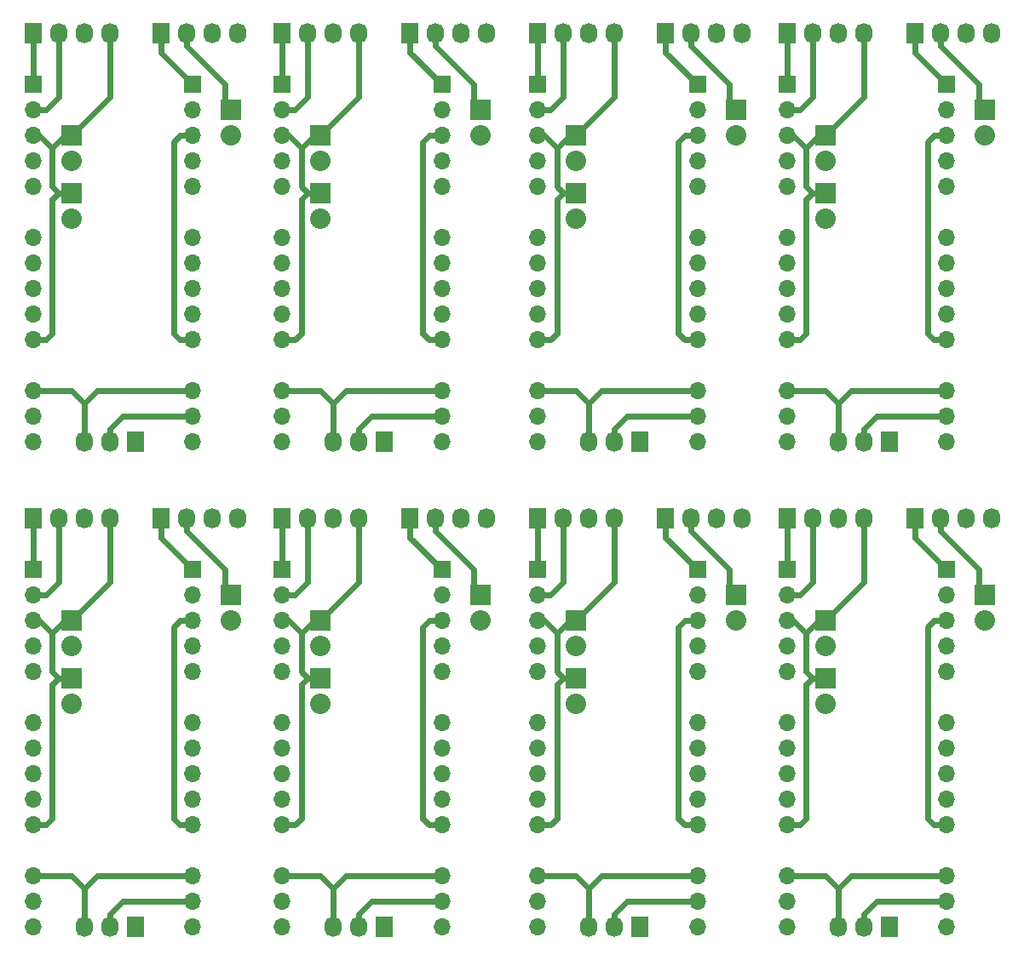
<source format=gtl>
G04 #@! TF.FileFunction,Copper,L1,Top,Signal*
%FSLAX46Y46*%
G04 Gerber Fmt 4.6, Leading zero omitted, Abs format (unit mm)*
G04 Created by KiCad (PCBNEW 4.0.5+dfsg1-4) date Wed Mar 29 10:57:38 2017*
%MOMM*%
%LPD*%
G01*
G04 APERTURE LIST*
%ADD10C,0.100000*%
%ADD11R,1.700000X1.700000*%
%ADD12O,1.700000X1.700000*%
%ADD13R,1.727200X2.032000*%
%ADD14O,1.727200X2.032000*%
%ADD15R,2.032000X2.032000*%
%ADD16O,2.032000X2.032000*%
%ADD17C,0.600000*%
G04 APERTURE END LIST*
D10*
D11*
X114300000Y-85725000D03*
D12*
X114300000Y-88265000D03*
X114300000Y-90805000D03*
X114300000Y-93345000D03*
X114300000Y-95885000D03*
X114300000Y-100965000D03*
X114300000Y-103505000D03*
X114300000Y-106045000D03*
X114300000Y-108585000D03*
X114300000Y-111125000D03*
X114300000Y-116205000D03*
X114300000Y-118745000D03*
X114300000Y-121285000D03*
D11*
X98425000Y-85725000D03*
D12*
X98425000Y-88265000D03*
X98425000Y-90805000D03*
X98425000Y-93345000D03*
X98425000Y-95885000D03*
X98425000Y-100965000D03*
X98425000Y-103505000D03*
X98425000Y-106045000D03*
X98425000Y-108585000D03*
X98425000Y-111125000D03*
X98425000Y-116205000D03*
X98425000Y-118745000D03*
X98425000Y-121285000D03*
D13*
X108585000Y-121285000D03*
D14*
X106045000Y-121285000D03*
X103505000Y-121285000D03*
D13*
X111125000Y-80645000D03*
D14*
X113665000Y-80645000D03*
X116205000Y-80645000D03*
X118745000Y-80645000D03*
D13*
X98425000Y-80645000D03*
D14*
X100965000Y-80645000D03*
X103505000Y-80645000D03*
X106045000Y-80645000D03*
D15*
X102235000Y-90805000D03*
D16*
X102235000Y-93345000D03*
D15*
X118110000Y-88265000D03*
D16*
X118110000Y-90805000D03*
D15*
X102235000Y-96520000D03*
D16*
X102235000Y-99060000D03*
D15*
X127000000Y-96520000D03*
D16*
X127000000Y-99060000D03*
D15*
X142875000Y-88265000D03*
D16*
X142875000Y-90805000D03*
D15*
X127000000Y-90805000D03*
D16*
X127000000Y-93345000D03*
D13*
X123190000Y-80645000D03*
D14*
X125730000Y-80645000D03*
X128270000Y-80645000D03*
X130810000Y-80645000D03*
D13*
X135890000Y-80645000D03*
D14*
X138430000Y-80645000D03*
X140970000Y-80645000D03*
X143510000Y-80645000D03*
D13*
X133350000Y-121285000D03*
D14*
X130810000Y-121285000D03*
X128270000Y-121285000D03*
D11*
X123190000Y-85725000D03*
D12*
X123190000Y-88265000D03*
X123190000Y-90805000D03*
X123190000Y-93345000D03*
X123190000Y-95885000D03*
X123190000Y-100965000D03*
X123190000Y-103505000D03*
X123190000Y-106045000D03*
X123190000Y-108585000D03*
X123190000Y-111125000D03*
X123190000Y-116205000D03*
X123190000Y-118745000D03*
X123190000Y-121285000D03*
D11*
X139065000Y-85725000D03*
D12*
X139065000Y-88265000D03*
X139065000Y-90805000D03*
X139065000Y-93345000D03*
X139065000Y-95885000D03*
X139065000Y-100965000D03*
X139065000Y-103505000D03*
X139065000Y-106045000D03*
X139065000Y-108585000D03*
X139065000Y-111125000D03*
X139065000Y-116205000D03*
X139065000Y-118745000D03*
X139065000Y-121285000D03*
D11*
X189230000Y-85725000D03*
D12*
X189230000Y-88265000D03*
X189230000Y-90805000D03*
X189230000Y-93345000D03*
X189230000Y-95885000D03*
X189230000Y-100965000D03*
X189230000Y-103505000D03*
X189230000Y-106045000D03*
X189230000Y-108585000D03*
X189230000Y-111125000D03*
X189230000Y-116205000D03*
X189230000Y-118745000D03*
X189230000Y-121285000D03*
D11*
X173355000Y-85725000D03*
D12*
X173355000Y-88265000D03*
X173355000Y-90805000D03*
X173355000Y-93345000D03*
X173355000Y-95885000D03*
X173355000Y-100965000D03*
X173355000Y-103505000D03*
X173355000Y-106045000D03*
X173355000Y-108585000D03*
X173355000Y-111125000D03*
X173355000Y-116205000D03*
X173355000Y-118745000D03*
X173355000Y-121285000D03*
D13*
X183515000Y-121285000D03*
D14*
X180975000Y-121285000D03*
X178435000Y-121285000D03*
D13*
X186055000Y-80645000D03*
D14*
X188595000Y-80645000D03*
X191135000Y-80645000D03*
X193675000Y-80645000D03*
D13*
X173355000Y-80645000D03*
D14*
X175895000Y-80645000D03*
X178435000Y-80645000D03*
X180975000Y-80645000D03*
D15*
X177165000Y-90805000D03*
D16*
X177165000Y-93345000D03*
D15*
X193040000Y-88265000D03*
D16*
X193040000Y-90805000D03*
D15*
X177165000Y-96520000D03*
D16*
X177165000Y-99060000D03*
D15*
X152400000Y-96520000D03*
D16*
X152400000Y-99060000D03*
D15*
X168275000Y-88265000D03*
D16*
X168275000Y-90805000D03*
D15*
X152400000Y-90805000D03*
D16*
X152400000Y-93345000D03*
D13*
X148590000Y-80645000D03*
D14*
X151130000Y-80645000D03*
X153670000Y-80645000D03*
X156210000Y-80645000D03*
D13*
X161290000Y-80645000D03*
D14*
X163830000Y-80645000D03*
X166370000Y-80645000D03*
X168910000Y-80645000D03*
D13*
X158750000Y-121285000D03*
D14*
X156210000Y-121285000D03*
X153670000Y-121285000D03*
D11*
X148590000Y-85725000D03*
D12*
X148590000Y-88265000D03*
X148590000Y-90805000D03*
X148590000Y-93345000D03*
X148590000Y-95885000D03*
X148590000Y-100965000D03*
X148590000Y-103505000D03*
X148590000Y-106045000D03*
X148590000Y-108585000D03*
X148590000Y-111125000D03*
X148590000Y-116205000D03*
X148590000Y-118745000D03*
X148590000Y-121285000D03*
D11*
X164465000Y-85725000D03*
D12*
X164465000Y-88265000D03*
X164465000Y-90805000D03*
X164465000Y-93345000D03*
X164465000Y-95885000D03*
X164465000Y-100965000D03*
X164465000Y-103505000D03*
X164465000Y-106045000D03*
X164465000Y-108585000D03*
X164465000Y-111125000D03*
X164465000Y-116205000D03*
X164465000Y-118745000D03*
X164465000Y-121285000D03*
D11*
X164465000Y-37465000D03*
D12*
X164465000Y-40005000D03*
X164465000Y-42545000D03*
X164465000Y-45085000D03*
X164465000Y-47625000D03*
X164465000Y-52705000D03*
X164465000Y-55245000D03*
X164465000Y-57785000D03*
X164465000Y-60325000D03*
X164465000Y-62865000D03*
X164465000Y-67945000D03*
X164465000Y-70485000D03*
X164465000Y-73025000D03*
D11*
X148590000Y-37465000D03*
D12*
X148590000Y-40005000D03*
X148590000Y-42545000D03*
X148590000Y-45085000D03*
X148590000Y-47625000D03*
X148590000Y-52705000D03*
X148590000Y-55245000D03*
X148590000Y-57785000D03*
X148590000Y-60325000D03*
X148590000Y-62865000D03*
X148590000Y-67945000D03*
X148590000Y-70485000D03*
X148590000Y-73025000D03*
D13*
X158750000Y-73025000D03*
D14*
X156210000Y-73025000D03*
X153670000Y-73025000D03*
D13*
X161290000Y-32385000D03*
D14*
X163830000Y-32385000D03*
X166370000Y-32385000D03*
X168910000Y-32385000D03*
D13*
X148590000Y-32385000D03*
D14*
X151130000Y-32385000D03*
X153670000Y-32385000D03*
X156210000Y-32385000D03*
D15*
X152400000Y-42545000D03*
D16*
X152400000Y-45085000D03*
D15*
X168275000Y-40005000D03*
D16*
X168275000Y-42545000D03*
D15*
X152400000Y-48260000D03*
D16*
X152400000Y-50800000D03*
D15*
X177165000Y-48260000D03*
D16*
X177165000Y-50800000D03*
D15*
X193040000Y-40005000D03*
D16*
X193040000Y-42545000D03*
D15*
X177165000Y-42545000D03*
D16*
X177165000Y-45085000D03*
D13*
X173355000Y-32385000D03*
D14*
X175895000Y-32385000D03*
X178435000Y-32385000D03*
X180975000Y-32385000D03*
D13*
X186055000Y-32385000D03*
D14*
X188595000Y-32385000D03*
X191135000Y-32385000D03*
X193675000Y-32385000D03*
D13*
X183515000Y-73025000D03*
D14*
X180975000Y-73025000D03*
X178435000Y-73025000D03*
D11*
X173355000Y-37465000D03*
D12*
X173355000Y-40005000D03*
X173355000Y-42545000D03*
X173355000Y-45085000D03*
X173355000Y-47625000D03*
X173355000Y-52705000D03*
X173355000Y-55245000D03*
X173355000Y-57785000D03*
X173355000Y-60325000D03*
X173355000Y-62865000D03*
X173355000Y-67945000D03*
X173355000Y-70485000D03*
X173355000Y-73025000D03*
D11*
X189230000Y-37465000D03*
D12*
X189230000Y-40005000D03*
X189230000Y-42545000D03*
X189230000Y-45085000D03*
X189230000Y-47625000D03*
X189230000Y-52705000D03*
X189230000Y-55245000D03*
X189230000Y-57785000D03*
X189230000Y-60325000D03*
X189230000Y-62865000D03*
X189230000Y-67945000D03*
X189230000Y-70485000D03*
X189230000Y-73025000D03*
D11*
X139065000Y-37465000D03*
D12*
X139065000Y-40005000D03*
X139065000Y-42545000D03*
X139065000Y-45085000D03*
X139065000Y-47625000D03*
X139065000Y-52705000D03*
X139065000Y-55245000D03*
X139065000Y-57785000D03*
X139065000Y-60325000D03*
X139065000Y-62865000D03*
X139065000Y-67945000D03*
X139065000Y-70485000D03*
X139065000Y-73025000D03*
D11*
X123190000Y-37465000D03*
D12*
X123190000Y-40005000D03*
X123190000Y-42545000D03*
X123190000Y-45085000D03*
X123190000Y-47625000D03*
X123190000Y-52705000D03*
X123190000Y-55245000D03*
X123190000Y-57785000D03*
X123190000Y-60325000D03*
X123190000Y-62865000D03*
X123190000Y-67945000D03*
X123190000Y-70485000D03*
X123190000Y-73025000D03*
D13*
X133350000Y-73025000D03*
D14*
X130810000Y-73025000D03*
X128270000Y-73025000D03*
D13*
X135890000Y-32385000D03*
D14*
X138430000Y-32385000D03*
X140970000Y-32385000D03*
X143510000Y-32385000D03*
D13*
X123190000Y-32385000D03*
D14*
X125730000Y-32385000D03*
X128270000Y-32385000D03*
X130810000Y-32385000D03*
D15*
X127000000Y-42545000D03*
D16*
X127000000Y-45085000D03*
D15*
X142875000Y-40005000D03*
D16*
X142875000Y-42545000D03*
D15*
X127000000Y-48260000D03*
D16*
X127000000Y-50800000D03*
D15*
X102235000Y-48260000D03*
D16*
X102235000Y-50800000D03*
D15*
X118110000Y-40005000D03*
D16*
X118110000Y-42545000D03*
D15*
X102235000Y-42545000D03*
D16*
X102235000Y-45085000D03*
D13*
X98425000Y-32385000D03*
D14*
X100965000Y-32385000D03*
X103505000Y-32385000D03*
X106045000Y-32385000D03*
D13*
X111125000Y-32385000D03*
D14*
X113665000Y-32385000D03*
X116205000Y-32385000D03*
X118745000Y-32385000D03*
D13*
X108585000Y-73025000D03*
D14*
X106045000Y-73025000D03*
X103505000Y-73025000D03*
D11*
X98425000Y-37465000D03*
D12*
X98425000Y-40005000D03*
X98425000Y-42545000D03*
X98425000Y-45085000D03*
X98425000Y-47625000D03*
X98425000Y-52705000D03*
X98425000Y-55245000D03*
X98425000Y-57785000D03*
X98425000Y-60325000D03*
X98425000Y-62865000D03*
X98425000Y-67945000D03*
X98425000Y-70485000D03*
X98425000Y-73025000D03*
D11*
X114300000Y-37465000D03*
D12*
X114300000Y-40005000D03*
X114300000Y-42545000D03*
X114300000Y-45085000D03*
X114300000Y-47625000D03*
X114300000Y-52705000D03*
X114300000Y-55245000D03*
X114300000Y-57785000D03*
X114300000Y-60325000D03*
X114300000Y-62865000D03*
X114300000Y-67945000D03*
X114300000Y-70485000D03*
X114300000Y-73025000D03*
D17*
X100330000Y-100965000D02*
X100330000Y-100965000D01*
X100330000Y-100965000D02*
X100330000Y-97155000D01*
X100330000Y-97155000D02*
X100965000Y-96520000D01*
X100965000Y-96520000D02*
X102235000Y-96520000D01*
X100330000Y-110490000D02*
X99695000Y-111125000D01*
X99695000Y-111125000D02*
X98425000Y-111125000D01*
X100330000Y-100965000D02*
X100330000Y-110490000D01*
X100330000Y-92075000D02*
X100330000Y-95885000D01*
X100330000Y-95885000D02*
X100965000Y-96520000D01*
X101600000Y-90805000D02*
X100330000Y-92075000D01*
X102235000Y-90805000D02*
X101600000Y-90805000D01*
X99060000Y-90805000D02*
X100330000Y-92075000D01*
X98425000Y-90805000D02*
X99060000Y-90805000D01*
X106045000Y-86995000D02*
X106045000Y-80645000D01*
X102235000Y-90805000D02*
X106045000Y-86995000D01*
X127000000Y-90805000D02*
X130810000Y-86995000D01*
X130810000Y-86995000D02*
X130810000Y-80645000D01*
X123190000Y-90805000D02*
X123825000Y-90805000D01*
X123825000Y-90805000D02*
X125095000Y-92075000D01*
X127000000Y-90805000D02*
X126365000Y-90805000D01*
X126365000Y-90805000D02*
X125095000Y-92075000D01*
X125095000Y-95885000D02*
X125730000Y-96520000D01*
X125095000Y-92075000D02*
X125095000Y-95885000D01*
X125095000Y-100965000D02*
X125095000Y-110490000D01*
X124460000Y-111125000D02*
X123190000Y-111125000D01*
X125095000Y-110490000D02*
X124460000Y-111125000D01*
X125730000Y-96520000D02*
X127000000Y-96520000D01*
X125095000Y-97155000D02*
X125730000Y-96520000D01*
X125095000Y-100965000D02*
X125095000Y-97155000D01*
X125095000Y-100965000D02*
X125095000Y-100965000D01*
X175260000Y-100965000D02*
X175260000Y-100965000D01*
X175260000Y-100965000D02*
X175260000Y-97155000D01*
X175260000Y-97155000D02*
X175895000Y-96520000D01*
X175895000Y-96520000D02*
X177165000Y-96520000D01*
X175260000Y-110490000D02*
X174625000Y-111125000D01*
X174625000Y-111125000D02*
X173355000Y-111125000D01*
X175260000Y-100965000D02*
X175260000Y-110490000D01*
X175260000Y-92075000D02*
X175260000Y-95885000D01*
X175260000Y-95885000D02*
X175895000Y-96520000D01*
X176530000Y-90805000D02*
X175260000Y-92075000D01*
X177165000Y-90805000D02*
X176530000Y-90805000D01*
X173990000Y-90805000D02*
X175260000Y-92075000D01*
X173355000Y-90805000D02*
X173990000Y-90805000D01*
X180975000Y-86995000D02*
X180975000Y-80645000D01*
X177165000Y-90805000D02*
X180975000Y-86995000D01*
X152400000Y-90805000D02*
X156210000Y-86995000D01*
X156210000Y-86995000D02*
X156210000Y-80645000D01*
X148590000Y-90805000D02*
X149225000Y-90805000D01*
X149225000Y-90805000D02*
X150495000Y-92075000D01*
X152400000Y-90805000D02*
X151765000Y-90805000D01*
X151765000Y-90805000D02*
X150495000Y-92075000D01*
X150495000Y-95885000D02*
X151130000Y-96520000D01*
X150495000Y-92075000D02*
X150495000Y-95885000D01*
X150495000Y-100965000D02*
X150495000Y-110490000D01*
X149860000Y-111125000D02*
X148590000Y-111125000D01*
X150495000Y-110490000D02*
X149860000Y-111125000D01*
X151130000Y-96520000D02*
X152400000Y-96520000D01*
X150495000Y-97155000D02*
X151130000Y-96520000D01*
X150495000Y-100965000D02*
X150495000Y-97155000D01*
X150495000Y-100965000D02*
X150495000Y-100965000D01*
X150495000Y-52705000D02*
X150495000Y-52705000D01*
X150495000Y-52705000D02*
X150495000Y-48895000D01*
X150495000Y-48895000D02*
X151130000Y-48260000D01*
X151130000Y-48260000D02*
X152400000Y-48260000D01*
X150495000Y-62230000D02*
X149860000Y-62865000D01*
X149860000Y-62865000D02*
X148590000Y-62865000D01*
X150495000Y-52705000D02*
X150495000Y-62230000D01*
X150495000Y-43815000D02*
X150495000Y-47625000D01*
X150495000Y-47625000D02*
X151130000Y-48260000D01*
X151765000Y-42545000D02*
X150495000Y-43815000D01*
X152400000Y-42545000D02*
X151765000Y-42545000D01*
X149225000Y-42545000D02*
X150495000Y-43815000D01*
X148590000Y-42545000D02*
X149225000Y-42545000D01*
X156210000Y-38735000D02*
X156210000Y-32385000D01*
X152400000Y-42545000D02*
X156210000Y-38735000D01*
X177165000Y-42545000D02*
X180975000Y-38735000D01*
X180975000Y-38735000D02*
X180975000Y-32385000D01*
X173355000Y-42545000D02*
X173990000Y-42545000D01*
X173990000Y-42545000D02*
X175260000Y-43815000D01*
X177165000Y-42545000D02*
X176530000Y-42545000D01*
X176530000Y-42545000D02*
X175260000Y-43815000D01*
X175260000Y-47625000D02*
X175895000Y-48260000D01*
X175260000Y-43815000D02*
X175260000Y-47625000D01*
X175260000Y-52705000D02*
X175260000Y-62230000D01*
X174625000Y-62865000D02*
X173355000Y-62865000D01*
X175260000Y-62230000D02*
X174625000Y-62865000D01*
X175895000Y-48260000D02*
X177165000Y-48260000D01*
X175260000Y-48895000D02*
X175895000Y-48260000D01*
X175260000Y-52705000D02*
X175260000Y-48895000D01*
X175260000Y-52705000D02*
X175260000Y-52705000D01*
X125095000Y-52705000D02*
X125095000Y-52705000D01*
X125095000Y-52705000D02*
X125095000Y-48895000D01*
X125095000Y-48895000D02*
X125730000Y-48260000D01*
X125730000Y-48260000D02*
X127000000Y-48260000D01*
X125095000Y-62230000D02*
X124460000Y-62865000D01*
X124460000Y-62865000D02*
X123190000Y-62865000D01*
X125095000Y-52705000D02*
X125095000Y-62230000D01*
X125095000Y-43815000D02*
X125095000Y-47625000D01*
X125095000Y-47625000D02*
X125730000Y-48260000D01*
X126365000Y-42545000D02*
X125095000Y-43815000D01*
X127000000Y-42545000D02*
X126365000Y-42545000D01*
X123825000Y-42545000D02*
X125095000Y-43815000D01*
X123190000Y-42545000D02*
X123825000Y-42545000D01*
X130810000Y-38735000D02*
X130810000Y-32385000D01*
X127000000Y-42545000D02*
X130810000Y-38735000D01*
X102235000Y-42545000D02*
X106045000Y-38735000D01*
X106045000Y-38735000D02*
X106045000Y-32385000D01*
X98425000Y-42545000D02*
X99060000Y-42545000D01*
X99060000Y-42545000D02*
X100330000Y-43815000D01*
X102235000Y-42545000D02*
X101600000Y-42545000D01*
X101600000Y-42545000D02*
X100330000Y-43815000D01*
X100330000Y-47625000D02*
X100965000Y-48260000D01*
X100330000Y-43815000D02*
X100330000Y-47625000D01*
X100330000Y-52705000D02*
X100330000Y-62230000D01*
X99695000Y-62865000D02*
X98425000Y-62865000D01*
X100330000Y-62230000D02*
X99695000Y-62865000D01*
X100965000Y-48260000D02*
X102235000Y-48260000D01*
X100330000Y-48895000D02*
X100965000Y-48260000D01*
X100330000Y-52705000D02*
X100330000Y-48895000D01*
X100330000Y-52705000D02*
X100330000Y-52705000D01*
X117475000Y-87630000D02*
X118110000Y-88265000D01*
X113665000Y-81915000D02*
X117475000Y-85725000D01*
X117475000Y-85725000D02*
X117475000Y-87630000D01*
X113665000Y-80645000D02*
X113665000Y-81915000D01*
X138430000Y-80645000D02*
X138430000Y-81915000D01*
X142240000Y-85725000D02*
X142240000Y-87630000D01*
X138430000Y-81915000D02*
X142240000Y-85725000D01*
X142240000Y-87630000D02*
X142875000Y-88265000D01*
X192405000Y-87630000D02*
X193040000Y-88265000D01*
X188595000Y-81915000D02*
X192405000Y-85725000D01*
X192405000Y-85725000D02*
X192405000Y-87630000D01*
X188595000Y-80645000D02*
X188595000Y-81915000D01*
X163830000Y-80645000D02*
X163830000Y-81915000D01*
X167640000Y-85725000D02*
X167640000Y-87630000D01*
X163830000Y-81915000D02*
X167640000Y-85725000D01*
X167640000Y-87630000D02*
X168275000Y-88265000D01*
X167640000Y-39370000D02*
X168275000Y-40005000D01*
X163830000Y-33655000D02*
X167640000Y-37465000D01*
X167640000Y-37465000D02*
X167640000Y-39370000D01*
X163830000Y-32385000D02*
X163830000Y-33655000D01*
X188595000Y-32385000D02*
X188595000Y-33655000D01*
X192405000Y-37465000D02*
X192405000Y-39370000D01*
X188595000Y-33655000D02*
X192405000Y-37465000D01*
X192405000Y-39370000D02*
X193040000Y-40005000D01*
X142240000Y-39370000D02*
X142875000Y-40005000D01*
X138430000Y-33655000D02*
X142240000Y-37465000D01*
X142240000Y-37465000D02*
X142240000Y-39370000D01*
X138430000Y-32385000D02*
X138430000Y-33655000D01*
X113665000Y-32385000D02*
X113665000Y-33655000D01*
X117475000Y-37465000D02*
X117475000Y-39370000D01*
X113665000Y-33655000D02*
X117475000Y-37465000D01*
X117475000Y-39370000D02*
X118110000Y-40005000D01*
X113030000Y-111125000D02*
X112395000Y-110490000D01*
X112395000Y-110490000D02*
X112395000Y-91440000D01*
X112395000Y-91440000D02*
X113030000Y-90805000D01*
X113030000Y-90805000D02*
X114300000Y-90805000D01*
X114300000Y-111125000D02*
X113030000Y-111125000D01*
X139065000Y-111125000D02*
X137795000Y-111125000D01*
X137795000Y-90805000D02*
X139065000Y-90805000D01*
X137160000Y-91440000D02*
X137795000Y-90805000D01*
X137160000Y-110490000D02*
X137160000Y-91440000D01*
X137795000Y-111125000D02*
X137160000Y-110490000D01*
X187960000Y-111125000D02*
X187325000Y-110490000D01*
X187325000Y-110490000D02*
X187325000Y-91440000D01*
X187325000Y-91440000D02*
X187960000Y-90805000D01*
X187960000Y-90805000D02*
X189230000Y-90805000D01*
X189230000Y-111125000D02*
X187960000Y-111125000D01*
X164465000Y-111125000D02*
X163195000Y-111125000D01*
X163195000Y-90805000D02*
X164465000Y-90805000D01*
X162560000Y-91440000D02*
X163195000Y-90805000D01*
X162560000Y-110490000D02*
X162560000Y-91440000D01*
X163195000Y-111125000D02*
X162560000Y-110490000D01*
X163195000Y-62865000D02*
X162560000Y-62230000D01*
X162560000Y-62230000D02*
X162560000Y-43180000D01*
X162560000Y-43180000D02*
X163195000Y-42545000D01*
X163195000Y-42545000D02*
X164465000Y-42545000D01*
X164465000Y-62865000D02*
X163195000Y-62865000D01*
X189230000Y-62865000D02*
X187960000Y-62865000D01*
X187960000Y-42545000D02*
X189230000Y-42545000D01*
X187325000Y-43180000D02*
X187960000Y-42545000D01*
X187325000Y-62230000D02*
X187325000Y-43180000D01*
X187960000Y-62865000D02*
X187325000Y-62230000D01*
X137795000Y-62865000D02*
X137160000Y-62230000D01*
X137160000Y-62230000D02*
X137160000Y-43180000D01*
X137160000Y-43180000D02*
X137795000Y-42545000D01*
X137795000Y-42545000D02*
X139065000Y-42545000D01*
X139065000Y-62865000D02*
X137795000Y-62865000D01*
X114300000Y-62865000D02*
X113030000Y-62865000D01*
X113030000Y-42545000D02*
X114300000Y-42545000D01*
X112395000Y-43180000D02*
X113030000Y-42545000D01*
X112395000Y-62230000D02*
X112395000Y-43180000D01*
X113030000Y-62865000D02*
X112395000Y-62230000D01*
X98425000Y-80645000D02*
X98425000Y-85725000D01*
X123190000Y-80645000D02*
X123190000Y-85725000D01*
X173355000Y-80645000D02*
X173355000Y-85725000D01*
X148590000Y-80645000D02*
X148590000Y-85725000D01*
X148590000Y-32385000D02*
X148590000Y-37465000D01*
X173355000Y-32385000D02*
X173355000Y-37465000D01*
X123190000Y-32385000D02*
X123190000Y-37465000D01*
X98425000Y-32385000D02*
X98425000Y-37465000D01*
X99695000Y-88265000D02*
X100965000Y-86995000D01*
X100965000Y-86995000D02*
X100965000Y-80645000D01*
X98425000Y-88265000D02*
X99695000Y-88265000D01*
X123190000Y-88265000D02*
X124460000Y-88265000D01*
X125730000Y-86995000D02*
X125730000Y-80645000D01*
X124460000Y-88265000D02*
X125730000Y-86995000D01*
X174625000Y-88265000D02*
X175895000Y-86995000D01*
X175895000Y-86995000D02*
X175895000Y-80645000D01*
X173355000Y-88265000D02*
X174625000Y-88265000D01*
X148590000Y-88265000D02*
X149860000Y-88265000D01*
X151130000Y-86995000D02*
X151130000Y-80645000D01*
X149860000Y-88265000D02*
X151130000Y-86995000D01*
X149860000Y-40005000D02*
X151130000Y-38735000D01*
X151130000Y-38735000D02*
X151130000Y-32385000D01*
X148590000Y-40005000D02*
X149860000Y-40005000D01*
X173355000Y-40005000D02*
X174625000Y-40005000D01*
X175895000Y-38735000D02*
X175895000Y-32385000D01*
X174625000Y-40005000D02*
X175895000Y-38735000D01*
X124460000Y-40005000D02*
X125730000Y-38735000D01*
X125730000Y-38735000D02*
X125730000Y-32385000D01*
X123190000Y-40005000D02*
X124460000Y-40005000D01*
X98425000Y-40005000D02*
X99695000Y-40005000D01*
X100965000Y-38735000D02*
X100965000Y-32385000D01*
X99695000Y-40005000D02*
X100965000Y-38735000D01*
X111125000Y-82550000D02*
X114300000Y-85725000D01*
X111125000Y-80645000D02*
X111125000Y-82550000D01*
X135890000Y-80645000D02*
X135890000Y-82550000D01*
X135890000Y-82550000D02*
X139065000Y-85725000D01*
X186055000Y-82550000D02*
X189230000Y-85725000D01*
X186055000Y-80645000D02*
X186055000Y-82550000D01*
X161290000Y-80645000D02*
X161290000Y-82550000D01*
X161290000Y-82550000D02*
X164465000Y-85725000D01*
X161290000Y-34290000D02*
X164465000Y-37465000D01*
X161290000Y-32385000D02*
X161290000Y-34290000D01*
X186055000Y-32385000D02*
X186055000Y-34290000D01*
X186055000Y-34290000D02*
X189230000Y-37465000D01*
X135890000Y-34290000D02*
X139065000Y-37465000D01*
X135890000Y-32385000D02*
X135890000Y-34290000D01*
X111125000Y-32385000D02*
X111125000Y-34290000D01*
X111125000Y-34290000D02*
X114300000Y-37465000D01*
X106045000Y-120015000D02*
X107315000Y-118745000D01*
X107315000Y-118745000D02*
X114300000Y-118745000D01*
X106045000Y-121285000D02*
X106045000Y-120015000D01*
X130810000Y-121285000D02*
X130810000Y-120015000D01*
X132080000Y-118745000D02*
X139065000Y-118745000D01*
X130810000Y-120015000D02*
X132080000Y-118745000D01*
X180975000Y-120015000D02*
X182245000Y-118745000D01*
X182245000Y-118745000D02*
X189230000Y-118745000D01*
X180975000Y-121285000D02*
X180975000Y-120015000D01*
X156210000Y-121285000D02*
X156210000Y-120015000D01*
X157480000Y-118745000D02*
X164465000Y-118745000D01*
X156210000Y-120015000D02*
X157480000Y-118745000D01*
X156210000Y-71755000D02*
X157480000Y-70485000D01*
X157480000Y-70485000D02*
X164465000Y-70485000D01*
X156210000Y-73025000D02*
X156210000Y-71755000D01*
X180975000Y-73025000D02*
X180975000Y-71755000D01*
X182245000Y-70485000D02*
X189230000Y-70485000D01*
X180975000Y-71755000D02*
X182245000Y-70485000D01*
X130810000Y-71755000D02*
X132080000Y-70485000D01*
X132080000Y-70485000D02*
X139065000Y-70485000D01*
X130810000Y-73025000D02*
X130810000Y-71755000D01*
X106045000Y-73025000D02*
X106045000Y-71755000D01*
X107315000Y-70485000D02*
X114300000Y-70485000D01*
X106045000Y-71755000D02*
X107315000Y-70485000D01*
X103505000Y-117475000D02*
X104775000Y-116205000D01*
X104775000Y-116205000D02*
X114300000Y-116205000D01*
X103505000Y-121285000D02*
X103505000Y-117475000D01*
X102235000Y-116205000D02*
X98425000Y-116205000D01*
X103505000Y-117475000D02*
X102235000Y-116205000D01*
X128270000Y-117475000D02*
X127000000Y-116205000D01*
X127000000Y-116205000D02*
X123190000Y-116205000D01*
X128270000Y-121285000D02*
X128270000Y-117475000D01*
X129540000Y-116205000D02*
X139065000Y-116205000D01*
X128270000Y-117475000D02*
X129540000Y-116205000D01*
X178435000Y-117475000D02*
X179705000Y-116205000D01*
X179705000Y-116205000D02*
X189230000Y-116205000D01*
X178435000Y-121285000D02*
X178435000Y-117475000D01*
X177165000Y-116205000D02*
X173355000Y-116205000D01*
X178435000Y-117475000D02*
X177165000Y-116205000D01*
X153670000Y-117475000D02*
X152400000Y-116205000D01*
X152400000Y-116205000D02*
X148590000Y-116205000D01*
X153670000Y-121285000D02*
X153670000Y-117475000D01*
X154940000Y-116205000D02*
X164465000Y-116205000D01*
X153670000Y-117475000D02*
X154940000Y-116205000D01*
X153670000Y-69215000D02*
X154940000Y-67945000D01*
X154940000Y-67945000D02*
X164465000Y-67945000D01*
X153670000Y-73025000D02*
X153670000Y-69215000D01*
X152400000Y-67945000D02*
X148590000Y-67945000D01*
X153670000Y-69215000D02*
X152400000Y-67945000D01*
X178435000Y-69215000D02*
X177165000Y-67945000D01*
X177165000Y-67945000D02*
X173355000Y-67945000D01*
X178435000Y-73025000D02*
X178435000Y-69215000D01*
X179705000Y-67945000D02*
X189230000Y-67945000D01*
X178435000Y-69215000D02*
X179705000Y-67945000D01*
X128270000Y-69215000D02*
X129540000Y-67945000D01*
X129540000Y-67945000D02*
X139065000Y-67945000D01*
X128270000Y-73025000D02*
X128270000Y-69215000D01*
X127000000Y-67945000D02*
X123190000Y-67945000D01*
X128270000Y-69215000D02*
X127000000Y-67945000D01*
X103505000Y-69215000D02*
X102235000Y-67945000D01*
X102235000Y-67945000D02*
X98425000Y-67945000D01*
X103505000Y-73025000D02*
X103505000Y-69215000D01*
X104775000Y-67945000D02*
X114300000Y-67945000D01*
X103505000Y-69215000D02*
X104775000Y-67945000D01*
M02*

</source>
